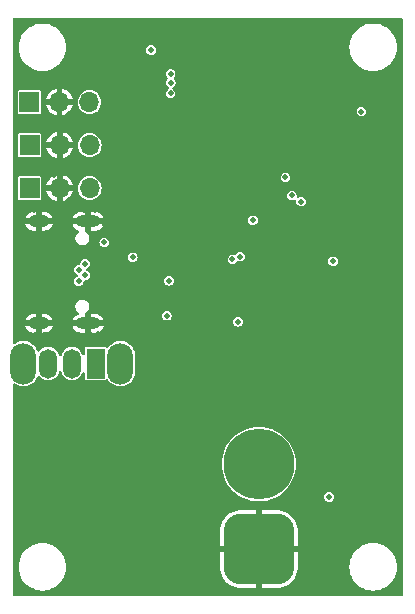
<source format=gbr>
%TF.GenerationSoftware,KiCad,Pcbnew,8.0.5*%
%TF.CreationDate,2024-10-08T22:01:25+02:00*%
%TF.ProjectId,ESP32_Controller,45535033-325f-4436-9f6e-74726f6c6c65,rev?*%
%TF.SameCoordinates,Original*%
%TF.FileFunction,Copper,L2,Inr*%
%TF.FilePolarity,Positive*%
%FSLAX46Y46*%
G04 Gerber Fmt 4.6, Leading zero omitted, Abs format (unit mm)*
G04 Created by KiCad (PCBNEW 8.0.5) date 2024-10-08 22:01:25*
%MOMM*%
%LPD*%
G01*
G04 APERTURE LIST*
G04 Aperture macros list*
%AMRoundRect*
0 Rectangle with rounded corners*
0 $1 Rounding radius*
0 $2 $3 $4 $5 $6 $7 $8 $9 X,Y pos of 4 corners*
0 Add a 4 corners polygon primitive as box body*
4,1,4,$2,$3,$4,$5,$6,$7,$8,$9,$2,$3,0*
0 Add four circle primitives for the rounded corners*
1,1,$1+$1,$2,$3*
1,1,$1+$1,$4,$5*
1,1,$1+$1,$6,$7*
1,1,$1+$1,$8,$9*
0 Add four rect primitives between the rounded corners*
20,1,$1+$1,$2,$3,$4,$5,0*
20,1,$1+$1,$4,$5,$6,$7,0*
20,1,$1+$1,$6,$7,$8,$9,0*
20,1,$1+$1,$8,$9,$2,$3,0*%
G04 Aperture macros list end*
%TA.AperFunction,ComponentPad*%
%ADD10O,2.200000X3.500000*%
%TD*%
%TA.AperFunction,ComponentPad*%
%ADD11R,1.500000X2.500000*%
%TD*%
%TA.AperFunction,ComponentPad*%
%ADD12O,1.500000X2.500000*%
%TD*%
%TA.AperFunction,ComponentPad*%
%ADD13R,1.700000X1.700000*%
%TD*%
%TA.AperFunction,ComponentPad*%
%ADD14O,1.700000X1.700000*%
%TD*%
%TA.AperFunction,ComponentPad*%
%ADD15C,6.000000*%
%TD*%
%TA.AperFunction,ComponentPad*%
%ADD16RoundRect,1.500000X1.500000X-1.500000X1.500000X1.500000X-1.500000X1.500000X-1.500000X-1.500000X0*%
%TD*%
%TA.AperFunction,ComponentPad*%
%ADD17O,2.100000X1.000000*%
%TD*%
%TA.AperFunction,ComponentPad*%
%ADD18O,1.800000X1.000000*%
%TD*%
%TA.AperFunction,ViaPad*%
%ADD19C,0.500000*%
%TD*%
G04 APERTURE END LIST*
D10*
%TO.N,*%
%TO.C,SW1*%
X85800000Y-95822500D03*
X77600000Y-95822500D03*
D11*
%TO.N,+5V*%
X83700000Y-95822500D03*
D12*
%TO.N,/5VUSB*%
X81700000Y-95822500D03*
%TO.N,/5VBAT*%
X79700000Y-95822500D03*
%TD*%
D13*
%TO.N,+5V*%
%TO.C,J5*%
X78120000Y-80970000D03*
D14*
%TO.N,GND*%
X80660000Y-80970000D03*
%TO.N,/GPIO3*%
X83199999Y-80970000D03*
%TD*%
D13*
%TO.N,+5V*%
%TO.C,J4*%
X78119999Y-77330001D03*
D14*
%TO.N,GND*%
X80659999Y-77330001D03*
%TO.N,/GPIO2*%
X83199998Y-77330001D03*
%TD*%
%TO.N,/GPIO1*%
%TO.C,J3*%
X83190000Y-73690000D03*
%TO.N,GND*%
X80650001Y-73690000D03*
D13*
%TO.N,+5V*%
X78110001Y-73690000D03*
%TD*%
D15*
%TO.N,Net-(J2-Pin_2)*%
%TO.C,J2*%
X97530000Y-104340000D03*
D16*
%TO.N,GND*%
X97530000Y-111540000D03*
%TD*%
D17*
%TO.N,GND*%
%TO.C,J1*%
X83080000Y-83780000D03*
D18*
X78900000Y-83780000D03*
D17*
X83080000Y-92420000D03*
D18*
X78900000Y-92420000D03*
%TD*%
D19*
%TO.N,+3V3*%
X88400000Y-69280000D03*
X103470000Y-107120000D03*
X106210000Y-74490000D03*
X97030000Y-83690000D03*
%TO.N,GND*%
X86750000Y-87490000D03*
%TO.N,+3V3*%
X89920000Y-88820000D03*
X89730000Y-91770000D03*
X95770000Y-92280000D03*
%TO.N,GND*%
X81460000Y-74700000D03*
X79710000Y-72710000D03*
X79840000Y-76330000D03*
X81420000Y-78410000D03*
X81470000Y-81960000D03*
X80170000Y-79820000D03*
X83645361Y-82847300D03*
X82730000Y-82800000D03*
X78470000Y-82780000D03*
X77680000Y-83240000D03*
X78590000Y-93390000D03*
X79340000Y-93420000D03*
X83220000Y-93340000D03*
X83890000Y-93310000D03*
X84520000Y-84110000D03*
X84770000Y-91350000D03*
X87450000Y-92650000D03*
X89900000Y-90060000D03*
X93990000Y-87970000D03*
X99280000Y-88210000D03*
X97440000Y-92390000D03*
X88180000Y-66790000D03*
X82990000Y-67160000D03*
X83090000Y-71200000D03*
X90570000Y-95890000D03*
X93340000Y-92710000D03*
X99070000Y-94150000D03*
X96520000Y-97530000D03*
X106540000Y-99890000D03*
X105700000Y-97810000D03*
X100200000Y-85930000D03*
X105520000Y-78120000D03*
X109150000Y-81190000D03*
%TO.N,/GPIO3*%
X90050000Y-72950000D03*
%TO.N,/GPIO2*%
X90080000Y-72030000D03*
%TO.N,/GPIO1*%
X90060000Y-71290000D03*
%TO.N,/5VUSB*%
X86860000Y-86820000D03*
X84440000Y-85570000D03*
%TO.N,/I2C_SCL*%
X95950000Y-86760000D03*
X101100000Y-82110000D03*
%TO.N,/I2C_SDA*%
X100320000Y-81590000D03*
X95290000Y-87000000D03*
%TO.N,/GPIO47*%
X99780000Y-80060000D03*
X103810000Y-87150000D03*
%TO.N,/USB_N*%
X82830000Y-88350000D03*
X82830000Y-87365000D03*
%TO.N,/USB_P*%
X82280000Y-88840000D03*
X82280000Y-87865000D03*
%TD*%
%TA.AperFunction,Conductor*%
%TO.N,GND*%
G36*
X109642539Y-66560185D02*
G01*
X109688294Y-66612989D01*
X109699500Y-66664500D01*
X109699500Y-115415500D01*
X109679815Y-115482539D01*
X109627011Y-115528294D01*
X109575500Y-115539500D01*
X76824500Y-115539500D01*
X76757461Y-115519815D01*
X76711706Y-115467011D01*
X76700500Y-115415500D01*
X76700500Y-113039998D01*
X77194390Y-113039998D01*
X77194390Y-113040001D01*
X77214804Y-113325433D01*
X77275628Y-113605037D01*
X77275630Y-113605043D01*
X77275631Y-113605046D01*
X77374847Y-113871054D01*
X77375635Y-113873166D01*
X77512770Y-114124309D01*
X77512775Y-114124317D01*
X77684254Y-114353387D01*
X77684270Y-114353405D01*
X77886594Y-114555729D01*
X77886612Y-114555745D01*
X78115682Y-114727224D01*
X78115690Y-114727229D01*
X78366833Y-114864364D01*
X78366832Y-114864364D01*
X78366836Y-114864365D01*
X78366839Y-114864367D01*
X78634954Y-114964369D01*
X78634960Y-114964370D01*
X78634962Y-114964371D01*
X78914566Y-115025195D01*
X78914568Y-115025195D01*
X78914572Y-115025196D01*
X79168220Y-115043337D01*
X79199999Y-115045610D01*
X79200000Y-115045610D01*
X79200001Y-115045610D01*
X79228595Y-115043564D01*
X79485428Y-115025196D01*
X79765046Y-114964369D01*
X80033161Y-114864367D01*
X80284315Y-114727226D01*
X80513395Y-114555739D01*
X80715739Y-114353395D01*
X80887226Y-114124315D01*
X81024367Y-113873161D01*
X81124369Y-113605046D01*
X81185196Y-113325428D01*
X81205610Y-113040000D01*
X81185196Y-112754572D01*
X81137928Y-112537285D01*
X81124371Y-112474962D01*
X81124370Y-112474960D01*
X81124369Y-112474954D01*
X81024367Y-112206839D01*
X80944025Y-112059705D01*
X80887229Y-111955690D01*
X80887224Y-111955682D01*
X80715745Y-111726612D01*
X80715729Y-111726594D01*
X80513405Y-111524270D01*
X80513387Y-111524254D01*
X80284317Y-111352775D01*
X80284309Y-111352770D01*
X80033166Y-111215635D01*
X80033167Y-111215635D01*
X79925915Y-111175632D01*
X79765046Y-111115631D01*
X79765043Y-111115630D01*
X79765037Y-111115628D01*
X79485433Y-111054804D01*
X79200001Y-111034390D01*
X79199999Y-111034390D01*
X78914566Y-111054804D01*
X78634962Y-111115628D01*
X78366833Y-111215635D01*
X78115690Y-111352770D01*
X78115682Y-111352775D01*
X77886612Y-111524254D01*
X77886594Y-111524270D01*
X77684270Y-111726594D01*
X77684254Y-111726612D01*
X77512775Y-111955682D01*
X77512770Y-111955690D01*
X77375635Y-112206833D01*
X77275628Y-112474962D01*
X77214804Y-112754566D01*
X77194390Y-113039998D01*
X76700500Y-113039998D01*
X76700500Y-109950134D01*
X94230000Y-109950134D01*
X94230000Y-111290000D01*
X95293498Y-111290000D01*
X95280000Y-111392527D01*
X95280000Y-111687473D01*
X95293498Y-111790000D01*
X94230000Y-111790000D01*
X94230000Y-113129865D01*
X94236303Y-113242099D01*
X94236304Y-113242112D01*
X94286455Y-113507170D01*
X94286460Y-113507187D01*
X94375560Y-113761820D01*
X94375562Y-113761824D01*
X94501621Y-114000339D01*
X94501624Y-114000345D01*
X94661824Y-114217408D01*
X94852591Y-114408175D01*
X95069654Y-114568375D01*
X95069660Y-114568378D01*
X95308175Y-114694437D01*
X95308179Y-114694439D01*
X95562812Y-114783539D01*
X95562829Y-114783544D01*
X95827887Y-114833695D01*
X95827900Y-114833696D01*
X95940134Y-114839999D01*
X95940149Y-114840000D01*
X97280000Y-114840000D01*
X97280000Y-113776502D01*
X97382527Y-113790000D01*
X97677473Y-113790000D01*
X97780000Y-113776502D01*
X97780000Y-114840000D01*
X99119851Y-114840000D01*
X99119865Y-114839999D01*
X99232099Y-114833696D01*
X99232112Y-114833695D01*
X99497170Y-114783544D01*
X99497187Y-114783539D01*
X99751820Y-114694439D01*
X99751824Y-114694437D01*
X99990339Y-114568378D01*
X99990345Y-114568375D01*
X100207408Y-114408175D01*
X100398175Y-114217408D01*
X100558375Y-114000345D01*
X100558378Y-114000339D01*
X100684437Y-113761824D01*
X100684439Y-113761820D01*
X100773539Y-113507187D01*
X100773544Y-113507170D01*
X100823695Y-113242112D01*
X100823696Y-113242099D01*
X100829999Y-113129865D01*
X100830000Y-113129851D01*
X100830000Y-113039998D01*
X105194390Y-113039998D01*
X105194390Y-113040001D01*
X105214804Y-113325433D01*
X105275628Y-113605037D01*
X105275630Y-113605043D01*
X105275631Y-113605046D01*
X105374847Y-113871054D01*
X105375635Y-113873166D01*
X105512770Y-114124309D01*
X105512775Y-114124317D01*
X105684254Y-114353387D01*
X105684270Y-114353405D01*
X105886594Y-114555729D01*
X105886612Y-114555745D01*
X106115682Y-114727224D01*
X106115690Y-114727229D01*
X106366833Y-114864364D01*
X106366832Y-114864364D01*
X106366836Y-114864365D01*
X106366839Y-114864367D01*
X106634954Y-114964369D01*
X106634960Y-114964370D01*
X106634962Y-114964371D01*
X106914566Y-115025195D01*
X106914568Y-115025195D01*
X106914572Y-115025196D01*
X107168220Y-115043337D01*
X107199999Y-115045610D01*
X107200000Y-115045610D01*
X107200001Y-115045610D01*
X107228595Y-115043564D01*
X107485428Y-115025196D01*
X107765046Y-114964369D01*
X108033161Y-114864367D01*
X108284315Y-114727226D01*
X108513395Y-114555739D01*
X108715739Y-114353395D01*
X108887226Y-114124315D01*
X109024367Y-113873161D01*
X109124369Y-113605046D01*
X109185196Y-113325428D01*
X109205610Y-113040000D01*
X109185196Y-112754572D01*
X109137928Y-112537285D01*
X109124371Y-112474962D01*
X109124370Y-112474960D01*
X109124369Y-112474954D01*
X109024367Y-112206839D01*
X108944025Y-112059705D01*
X108887229Y-111955690D01*
X108887224Y-111955682D01*
X108715745Y-111726612D01*
X108715729Y-111726594D01*
X108513405Y-111524270D01*
X108513387Y-111524254D01*
X108284317Y-111352775D01*
X108284309Y-111352770D01*
X108033166Y-111215635D01*
X108033167Y-111215635D01*
X107925915Y-111175632D01*
X107765046Y-111115631D01*
X107765043Y-111115630D01*
X107765037Y-111115628D01*
X107485433Y-111054804D01*
X107200001Y-111034390D01*
X107199999Y-111034390D01*
X106914566Y-111054804D01*
X106634962Y-111115628D01*
X106366833Y-111215635D01*
X106115690Y-111352770D01*
X106115682Y-111352775D01*
X105886612Y-111524254D01*
X105886594Y-111524270D01*
X105684270Y-111726594D01*
X105684254Y-111726612D01*
X105512775Y-111955682D01*
X105512770Y-111955690D01*
X105375635Y-112206833D01*
X105275628Y-112474962D01*
X105214804Y-112754566D01*
X105194390Y-113039998D01*
X100830000Y-113039998D01*
X100830000Y-111790000D01*
X99766502Y-111790000D01*
X99780000Y-111687473D01*
X99780000Y-111392527D01*
X99766502Y-111290000D01*
X100830000Y-111290000D01*
X100830000Y-109950148D01*
X100829999Y-109950134D01*
X100823696Y-109837900D01*
X100823695Y-109837887D01*
X100773544Y-109572829D01*
X100773539Y-109572812D01*
X100684439Y-109318179D01*
X100684437Y-109318175D01*
X100558378Y-109079660D01*
X100558375Y-109079654D01*
X100398175Y-108862591D01*
X100207408Y-108671824D01*
X99990345Y-108511624D01*
X99990339Y-108511621D01*
X99751824Y-108385562D01*
X99751820Y-108385560D01*
X99497187Y-108296460D01*
X99497170Y-108296455D01*
X99232112Y-108246304D01*
X99232099Y-108246303D01*
X99119865Y-108240000D01*
X97780000Y-108240000D01*
X97780000Y-109303497D01*
X97677473Y-109290000D01*
X97382527Y-109290000D01*
X97280000Y-109303497D01*
X97280000Y-108240000D01*
X95940134Y-108240000D01*
X95827900Y-108246303D01*
X95827887Y-108246304D01*
X95562829Y-108296455D01*
X95562812Y-108296460D01*
X95308179Y-108385560D01*
X95308175Y-108385562D01*
X95069660Y-108511621D01*
X95069654Y-108511624D01*
X94852591Y-108671824D01*
X94661824Y-108862591D01*
X94501624Y-109079654D01*
X94501621Y-109079660D01*
X94375562Y-109318175D01*
X94375560Y-109318179D01*
X94286460Y-109572812D01*
X94286455Y-109572829D01*
X94236304Y-109837887D01*
X94236303Y-109837900D01*
X94230000Y-109950134D01*
X76700500Y-109950134D01*
X76700500Y-104340000D01*
X94372132Y-104340000D01*
X94391987Y-104693564D01*
X94391989Y-104693576D01*
X94451305Y-105042688D01*
X94451307Y-105042697D01*
X94549340Y-105382975D01*
X94684855Y-105710141D01*
X94684857Y-105710145D01*
X94684859Y-105710148D01*
X94856157Y-106020087D01*
X95061079Y-106308898D01*
X95297050Y-106572950D01*
X95561102Y-106808921D01*
X95849913Y-107013843D01*
X96159852Y-107185141D01*
X96159854Y-107185142D01*
X96159858Y-107185144D01*
X96285234Y-107237076D01*
X96487022Y-107320659D01*
X96827308Y-107418694D01*
X97176431Y-107478012D01*
X97530000Y-107497868D01*
X97883569Y-107478012D01*
X98232692Y-107418694D01*
X98572978Y-107320659D01*
X98900148Y-107185141D01*
X99018018Y-107119996D01*
X103062078Y-107119996D01*
X103062078Y-107120003D01*
X103082041Y-107246050D01*
X103082042Y-107246053D01*
X103082043Y-107246055D01*
X103120056Y-107320659D01*
X103139985Y-107359772D01*
X103139988Y-107359776D01*
X103230223Y-107450011D01*
X103230227Y-107450014D01*
X103230229Y-107450016D01*
X103343945Y-107507957D01*
X103343947Y-107507957D01*
X103343949Y-107507958D01*
X103469997Y-107527922D01*
X103470000Y-107527922D01*
X103470003Y-107527922D01*
X103596050Y-107507958D01*
X103596050Y-107507957D01*
X103596055Y-107507957D01*
X103709771Y-107450016D01*
X103800016Y-107359771D01*
X103857957Y-107246055D01*
X103857958Y-107246050D01*
X103877922Y-107120003D01*
X103877922Y-107119996D01*
X103857958Y-106993949D01*
X103857957Y-106993947D01*
X103857957Y-106993945D01*
X103800016Y-106880229D01*
X103800014Y-106880227D01*
X103800011Y-106880223D01*
X103709776Y-106789988D01*
X103709772Y-106789985D01*
X103709771Y-106789984D01*
X103596055Y-106732043D01*
X103596053Y-106732042D01*
X103596050Y-106732041D01*
X103470003Y-106712078D01*
X103469997Y-106712078D01*
X103343949Y-106732041D01*
X103230227Y-106789985D01*
X103230223Y-106789988D01*
X103139988Y-106880223D01*
X103139985Y-106880227D01*
X103082041Y-106993949D01*
X103062078Y-107119996D01*
X99018018Y-107119996D01*
X99210087Y-107013843D01*
X99498898Y-106808921D01*
X99762950Y-106572950D01*
X99998921Y-106308898D01*
X100203843Y-106020087D01*
X100375141Y-105710148D01*
X100510659Y-105382978D01*
X100608694Y-105042692D01*
X100668012Y-104693569D01*
X100687868Y-104340000D01*
X100668012Y-103986431D01*
X100608694Y-103637308D01*
X100510659Y-103297022D01*
X100427076Y-103095234D01*
X100375144Y-102969858D01*
X100375142Y-102969854D01*
X100203842Y-102659912D01*
X99998921Y-102371102D01*
X99762950Y-102107050D01*
X99498898Y-101871079D01*
X99210087Y-101666157D01*
X98900145Y-101494857D01*
X98900141Y-101494855D01*
X98632077Y-101383820D01*
X98572978Y-101359341D01*
X98572975Y-101359340D01*
X98232697Y-101261307D01*
X98232688Y-101261305D01*
X97883576Y-101201989D01*
X97883564Y-101201987D01*
X97530000Y-101182132D01*
X97176435Y-101201987D01*
X97176423Y-101201989D01*
X96827311Y-101261305D01*
X96827302Y-101261307D01*
X96487024Y-101359340D01*
X96159858Y-101494855D01*
X96159854Y-101494857D01*
X95849912Y-101666157D01*
X95561100Y-101871080D01*
X95297050Y-102107050D01*
X95061080Y-102371100D01*
X94856157Y-102659912D01*
X94684857Y-102969854D01*
X94684855Y-102969858D01*
X94549340Y-103297024D01*
X94451307Y-103637302D01*
X94451305Y-103637311D01*
X94391989Y-103986423D01*
X94391987Y-103986435D01*
X94372132Y-104340000D01*
X76700500Y-104340000D01*
X76700500Y-97611008D01*
X76720185Y-97543969D01*
X76772989Y-97498214D01*
X76842147Y-97488270D01*
X76897384Y-97510689D01*
X76943337Y-97544076D01*
X77029520Y-97587988D01*
X77119052Y-97633608D01*
X77119055Y-97633609D01*
X77212832Y-97664078D01*
X77306612Y-97694549D01*
X77501395Y-97725400D01*
X77501396Y-97725400D01*
X77698604Y-97725400D01*
X77698605Y-97725400D01*
X77893388Y-97694549D01*
X78080947Y-97633608D01*
X78256663Y-97544076D01*
X78416209Y-97428158D01*
X78555658Y-97288709D01*
X78671576Y-97129163D01*
X78761108Y-96953447D01*
X78771940Y-96920110D01*
X78811376Y-96862434D01*
X78875735Y-96835235D01*
X78944581Y-96847149D01*
X78992974Y-96889537D01*
X78998673Y-96898067D01*
X79124431Y-97023825D01*
X79124435Y-97023828D01*
X79272316Y-97122640D01*
X79272317Y-97122640D01*
X79272318Y-97122641D01*
X79272320Y-97122642D01*
X79359632Y-97158807D01*
X79436634Y-97190702D01*
X79436636Y-97190702D01*
X79436641Y-97190704D01*
X79611067Y-97225399D01*
X79611070Y-97225400D01*
X79611072Y-97225400D01*
X79788930Y-97225400D01*
X79788931Y-97225399D01*
X79847074Y-97213834D01*
X79963358Y-97190704D01*
X79963361Y-97190702D01*
X79963366Y-97190702D01*
X80127684Y-97122640D01*
X80275565Y-97023828D01*
X80401328Y-96898065D01*
X80500140Y-96750184D01*
X80568202Y-96585866D01*
X80568204Y-96585858D01*
X80578383Y-96534685D01*
X80610768Y-96472774D01*
X80671483Y-96438200D01*
X80741253Y-96441939D01*
X80797925Y-96482806D01*
X80821617Y-96534685D01*
X80831795Y-96585858D01*
X80831798Y-96585867D01*
X80899857Y-96750179D01*
X80899858Y-96750181D01*
X80998671Y-96898064D01*
X80998674Y-96898068D01*
X81124431Y-97023825D01*
X81124435Y-97023828D01*
X81272316Y-97122640D01*
X81272317Y-97122640D01*
X81272318Y-97122641D01*
X81272320Y-97122642D01*
X81359632Y-97158807D01*
X81436634Y-97190702D01*
X81436636Y-97190702D01*
X81436641Y-97190704D01*
X81611067Y-97225399D01*
X81611070Y-97225400D01*
X81611072Y-97225400D01*
X81788930Y-97225400D01*
X81788931Y-97225399D01*
X81847074Y-97213834D01*
X81963358Y-97190704D01*
X81963361Y-97190702D01*
X81963366Y-97190702D01*
X82127684Y-97122640D01*
X82275565Y-97023828D01*
X82401328Y-96898065D01*
X82500140Y-96750184D01*
X82558541Y-96609188D01*
X82602379Y-96554789D01*
X82668672Y-96532723D01*
X82736372Y-96550001D01*
X82783983Y-96601138D01*
X82797100Y-96656644D01*
X82797100Y-97087554D01*
X82805972Y-97132158D01*
X82805973Y-97132161D01*
X82823778Y-97158807D01*
X82839766Y-97182734D01*
X82890342Y-97216528D01*
X82890343Y-97216528D01*
X82890345Y-97216529D01*
X82912642Y-97220964D01*
X82934943Y-97225400D01*
X84465056Y-97225399D01*
X84509658Y-97216528D01*
X84560234Y-97182734D01*
X84560610Y-97182171D01*
X84561753Y-97181215D01*
X84568870Y-97174099D01*
X84569506Y-97174735D01*
X84614220Y-97137365D01*
X84683545Y-97128655D01*
X84746573Y-97158807D01*
X84764031Y-97178173D01*
X84838850Y-97281150D01*
X84844342Y-97288709D01*
X84983791Y-97428158D01*
X85143337Y-97544076D01*
X85229520Y-97587988D01*
X85319052Y-97633608D01*
X85319055Y-97633609D01*
X85412832Y-97664078D01*
X85506612Y-97694549D01*
X85701395Y-97725400D01*
X85701396Y-97725400D01*
X85898604Y-97725400D01*
X85898605Y-97725400D01*
X86093388Y-97694549D01*
X86280947Y-97633608D01*
X86456663Y-97544076D01*
X86616209Y-97428158D01*
X86755658Y-97288709D01*
X86871576Y-97129163D01*
X86961108Y-96953447D01*
X87022049Y-96765888D01*
X87052900Y-96571105D01*
X87052900Y-95073895D01*
X87022049Y-94879112D01*
X86961108Y-94691553D01*
X86961108Y-94691552D01*
X86892774Y-94557440D01*
X86871576Y-94515837D01*
X86755658Y-94356291D01*
X86616209Y-94216842D01*
X86456663Y-94100924D01*
X86438868Y-94091857D01*
X86280947Y-94011391D01*
X86280944Y-94011390D01*
X86093389Y-93950451D01*
X85995996Y-93935025D01*
X85898605Y-93919600D01*
X85701395Y-93919600D01*
X85636467Y-93929883D01*
X85506610Y-93950451D01*
X85319055Y-94011390D01*
X85319052Y-94011391D01*
X85143336Y-94100924D01*
X84983789Y-94216843D01*
X84844341Y-94356291D01*
X84764031Y-94466827D01*
X84708701Y-94509492D01*
X84639087Y-94515470D01*
X84577293Y-94482863D01*
X84560612Y-94462832D01*
X84560233Y-94462265D01*
X84509659Y-94428473D01*
X84509658Y-94428472D01*
X84509657Y-94428471D01*
X84509656Y-94428471D01*
X84509654Y-94428470D01*
X84465059Y-94419600D01*
X82934945Y-94419600D01*
X82890341Y-94428472D01*
X82890338Y-94428473D01*
X82839766Y-94462265D01*
X82805971Y-94512843D01*
X82805970Y-94512845D01*
X82797100Y-94557440D01*
X82797100Y-94988353D01*
X82777415Y-95055392D01*
X82724611Y-95101147D01*
X82655453Y-95111091D01*
X82591897Y-95082066D01*
X82558539Y-95035805D01*
X82500142Y-94894820D01*
X82500141Y-94894818D01*
X82401328Y-94746935D01*
X82401325Y-94746931D01*
X82275568Y-94621174D01*
X82275564Y-94621171D01*
X82127681Y-94522358D01*
X82127679Y-94522357D01*
X81963367Y-94454298D01*
X81963358Y-94454295D01*
X81788931Y-94419600D01*
X81788928Y-94419600D01*
X81611072Y-94419600D01*
X81611069Y-94419600D01*
X81436641Y-94454295D01*
X81436632Y-94454298D01*
X81272320Y-94522357D01*
X81272318Y-94522358D01*
X81124435Y-94621171D01*
X81124431Y-94621174D01*
X80998674Y-94746931D01*
X80998671Y-94746935D01*
X80899858Y-94894818D01*
X80899857Y-94894820D01*
X80831798Y-95059132D01*
X80831796Y-95059140D01*
X80821617Y-95110315D01*
X80789232Y-95172225D01*
X80728516Y-95206800D01*
X80658747Y-95203060D01*
X80602075Y-95162193D01*
X80578383Y-95110315D01*
X80568203Y-95059140D01*
X80568202Y-95059134D01*
X80500140Y-94894816D01*
X80401328Y-94746935D01*
X80401326Y-94746933D01*
X80401325Y-94746931D01*
X80275568Y-94621174D01*
X80275564Y-94621171D01*
X80127681Y-94522358D01*
X80127679Y-94522357D01*
X79963367Y-94454298D01*
X79963358Y-94454295D01*
X79788931Y-94419600D01*
X79788928Y-94419600D01*
X79611072Y-94419600D01*
X79611069Y-94419600D01*
X79436641Y-94454295D01*
X79436632Y-94454298D01*
X79272320Y-94522357D01*
X79272318Y-94522358D01*
X79124435Y-94621171D01*
X79124431Y-94621174D01*
X78998672Y-94746933D01*
X78992972Y-94755465D01*
X78939358Y-94800269D01*
X78870033Y-94808975D01*
X78807006Y-94778819D01*
X78771940Y-94724890D01*
X78761109Y-94691555D01*
X78761108Y-94691552D01*
X78692774Y-94557440D01*
X78671576Y-94515837D01*
X78555658Y-94356291D01*
X78416209Y-94216842D01*
X78256663Y-94100924D01*
X78238868Y-94091857D01*
X78080947Y-94011391D01*
X78080944Y-94011390D01*
X77893389Y-93950451D01*
X77795996Y-93935025D01*
X77698605Y-93919600D01*
X77501395Y-93919600D01*
X77436467Y-93929883D01*
X77306610Y-93950451D01*
X77119055Y-94011390D01*
X77119052Y-94011391D01*
X76943333Y-94100926D01*
X76897385Y-94134309D01*
X76831578Y-94157789D01*
X76763525Y-94141963D01*
X76714830Y-94091857D01*
X76700500Y-94033991D01*
X76700500Y-92169999D01*
X77737639Y-92169999D01*
X77737639Y-92170000D01*
X78333012Y-92170000D01*
X78315795Y-92179940D01*
X78259940Y-92235795D01*
X78220444Y-92304204D01*
X78200000Y-92380504D01*
X78200000Y-92459496D01*
X78220444Y-92535796D01*
X78259940Y-92604205D01*
X78315795Y-92660060D01*
X78333012Y-92670000D01*
X77737639Y-92670000D01*
X77791047Y-92798938D01*
X77791052Y-92798948D01*
X77878598Y-92929969D01*
X77878601Y-92929973D01*
X77990026Y-93041398D01*
X77990030Y-93041401D01*
X78121051Y-93128947D01*
X78121060Y-93128952D01*
X78266648Y-93189256D01*
X78266656Y-93189258D01*
X78421202Y-93219999D01*
X78421206Y-93220000D01*
X78650000Y-93220000D01*
X78650000Y-92720000D01*
X79150000Y-92720000D01*
X79150000Y-93220000D01*
X79378794Y-93220000D01*
X79378797Y-93219999D01*
X79533343Y-93189258D01*
X79533351Y-93189256D01*
X79678939Y-93128952D01*
X79678948Y-93128947D01*
X79809969Y-93041401D01*
X79809973Y-93041398D01*
X79921398Y-92929973D01*
X79921401Y-92929969D01*
X80008947Y-92798948D01*
X80008952Y-92798938D01*
X80062361Y-92670000D01*
X79466988Y-92670000D01*
X79484205Y-92660060D01*
X79540060Y-92604205D01*
X79579556Y-92535796D01*
X79600000Y-92459496D01*
X79600000Y-92380504D01*
X79579556Y-92304204D01*
X79540060Y-92235795D01*
X79484205Y-92179940D01*
X79466988Y-92170000D01*
X80062361Y-92170000D01*
X80062360Y-92169999D01*
X81767639Y-92169999D01*
X81767639Y-92170000D01*
X82363012Y-92170000D01*
X82345795Y-92179940D01*
X82289940Y-92235795D01*
X82250444Y-92304204D01*
X82230000Y-92380504D01*
X82230000Y-92459496D01*
X82250444Y-92535796D01*
X82289940Y-92604205D01*
X82345795Y-92660060D01*
X82363012Y-92670000D01*
X81767639Y-92670000D01*
X81821047Y-92798938D01*
X81821052Y-92798948D01*
X81908598Y-92929969D01*
X81908601Y-92929973D01*
X82020026Y-93041398D01*
X82020030Y-93041401D01*
X82151051Y-93128947D01*
X82151060Y-93128952D01*
X82296648Y-93189256D01*
X82296656Y-93189258D01*
X82451202Y-93219999D01*
X82451206Y-93220000D01*
X82830000Y-93220000D01*
X82830000Y-92720000D01*
X83330000Y-92720000D01*
X83330000Y-93220000D01*
X83708794Y-93220000D01*
X83708797Y-93219999D01*
X83863343Y-93189258D01*
X83863351Y-93189256D01*
X84008939Y-93128952D01*
X84008948Y-93128947D01*
X84139969Y-93041401D01*
X84139973Y-93041398D01*
X84251398Y-92929973D01*
X84251401Y-92929969D01*
X84338947Y-92798948D01*
X84338952Y-92798938D01*
X84392361Y-92670000D01*
X83796988Y-92670000D01*
X83814205Y-92660060D01*
X83870060Y-92604205D01*
X83909556Y-92535796D01*
X83930000Y-92459496D01*
X83930000Y-92380504D01*
X83909556Y-92304204D01*
X83895579Y-92279996D01*
X95362078Y-92279996D01*
X95362078Y-92280003D01*
X95382041Y-92406050D01*
X95382042Y-92406053D01*
X95382043Y-92406055D01*
X95439984Y-92519771D01*
X95439985Y-92519772D01*
X95439988Y-92519776D01*
X95530223Y-92610011D01*
X95530227Y-92610014D01*
X95530229Y-92610016D01*
X95643945Y-92667957D01*
X95643947Y-92667957D01*
X95643949Y-92667958D01*
X95769997Y-92687922D01*
X95770000Y-92687922D01*
X95770003Y-92687922D01*
X95896050Y-92667958D01*
X95896050Y-92667957D01*
X95896055Y-92667957D01*
X96009771Y-92610016D01*
X96100016Y-92519771D01*
X96157957Y-92406055D01*
X96162004Y-92380504D01*
X96177922Y-92280003D01*
X96177922Y-92279996D01*
X96157958Y-92153949D01*
X96157957Y-92153947D01*
X96157957Y-92153945D01*
X96100016Y-92040229D01*
X96100014Y-92040227D01*
X96100011Y-92040223D01*
X96009776Y-91949988D01*
X96009772Y-91949985D01*
X96009771Y-91949984D01*
X95896055Y-91892043D01*
X95896053Y-91892042D01*
X95896050Y-91892041D01*
X95770003Y-91872078D01*
X95769997Y-91872078D01*
X95643949Y-91892041D01*
X95530227Y-91949985D01*
X95530223Y-91949988D01*
X95439988Y-92040223D01*
X95439985Y-92040227D01*
X95382041Y-92153949D01*
X95362078Y-92279996D01*
X83895579Y-92279996D01*
X83870060Y-92235795D01*
X83814205Y-92179940D01*
X83796988Y-92170000D01*
X84392361Y-92170000D01*
X84392360Y-92169999D01*
X84338952Y-92041061D01*
X84338947Y-92041051D01*
X84251401Y-91910030D01*
X84251398Y-91910026D01*
X84139973Y-91798601D01*
X84139969Y-91798598D01*
X84097163Y-91769996D01*
X89322078Y-91769996D01*
X89322078Y-91770003D01*
X89342041Y-91896050D01*
X89342042Y-91896053D01*
X89342043Y-91896055D01*
X89399984Y-92009771D01*
X89399985Y-92009772D01*
X89399988Y-92009776D01*
X89490223Y-92100011D01*
X89490227Y-92100014D01*
X89490229Y-92100016D01*
X89603945Y-92157957D01*
X89603947Y-92157957D01*
X89603949Y-92157958D01*
X89729997Y-92177922D01*
X89730000Y-92177922D01*
X89730003Y-92177922D01*
X89856050Y-92157958D01*
X89856050Y-92157957D01*
X89856055Y-92157957D01*
X89969771Y-92100016D01*
X90060016Y-92009771D01*
X90117957Y-91896055D01*
X90117958Y-91896050D01*
X90137922Y-91770003D01*
X90137922Y-91769996D01*
X90117958Y-91643949D01*
X90117957Y-91643947D01*
X90117957Y-91643945D01*
X90060016Y-91530229D01*
X90060014Y-91530227D01*
X90060011Y-91530223D01*
X89969776Y-91439988D01*
X89969772Y-91439985D01*
X89969771Y-91439984D01*
X89856055Y-91382043D01*
X89856053Y-91382042D01*
X89856050Y-91382041D01*
X89730003Y-91362078D01*
X89729997Y-91362078D01*
X89603949Y-91382041D01*
X89490227Y-91439985D01*
X89490223Y-91439988D01*
X89399988Y-91530223D01*
X89399985Y-91530227D01*
X89342041Y-91643949D01*
X89322078Y-91769996D01*
X84097163Y-91769996D01*
X84008948Y-91711052D01*
X84008939Y-91711047D01*
X83863351Y-91650743D01*
X83863343Y-91650741D01*
X83708797Y-91620000D01*
X83330000Y-91620000D01*
X83330000Y-92120000D01*
X82830000Y-92120000D01*
X82830000Y-91581784D01*
X82849685Y-91514745D01*
X82892000Y-91474397D01*
X82933365Y-91450515D01*
X83040515Y-91343365D01*
X83116281Y-91212135D01*
X83155500Y-91065766D01*
X83155500Y-90914234D01*
X83116281Y-90767865D01*
X83040515Y-90636635D01*
X82933365Y-90529485D01*
X82867750Y-90491602D01*
X82802136Y-90453719D01*
X82728950Y-90434109D01*
X82655766Y-90414500D01*
X82504234Y-90414500D01*
X82357863Y-90453719D01*
X82226635Y-90529485D01*
X82226632Y-90529487D01*
X82119487Y-90636632D01*
X82119485Y-90636635D01*
X82043719Y-90767863D01*
X82004500Y-90914234D01*
X82004500Y-91065765D01*
X82043719Y-91212136D01*
X82081602Y-91277750D01*
X82119485Y-91343365D01*
X82226635Y-91450515D01*
X82240052Y-91458261D01*
X82288269Y-91508827D01*
X82301493Y-91577434D01*
X82275526Y-91642299D01*
X82225508Y-91680210D01*
X82151058Y-91711049D01*
X82151051Y-91711052D01*
X82020030Y-91798598D01*
X82020026Y-91798601D01*
X81908601Y-91910026D01*
X81908598Y-91910030D01*
X81821052Y-92041051D01*
X81821047Y-92041061D01*
X81767639Y-92169999D01*
X80062360Y-92169999D01*
X80008952Y-92041061D01*
X80008947Y-92041051D01*
X79921401Y-91910030D01*
X79921398Y-91910026D01*
X79809973Y-91798601D01*
X79809969Y-91798598D01*
X79678948Y-91711052D01*
X79678939Y-91711047D01*
X79533351Y-91650743D01*
X79533343Y-91650741D01*
X79378797Y-91620000D01*
X79150000Y-91620000D01*
X79150000Y-92120000D01*
X78650000Y-92120000D01*
X78650000Y-91620000D01*
X78421202Y-91620000D01*
X78266656Y-91650741D01*
X78266648Y-91650743D01*
X78121060Y-91711047D01*
X78121051Y-91711052D01*
X77990030Y-91798598D01*
X77990026Y-91798601D01*
X77878601Y-91910026D01*
X77878598Y-91910030D01*
X77791052Y-92041051D01*
X77791047Y-92041061D01*
X77737639Y-92169999D01*
X76700500Y-92169999D01*
X76700500Y-87864996D01*
X81872078Y-87864996D01*
X81872078Y-87865003D01*
X81892041Y-87991050D01*
X81892042Y-87991053D01*
X81892043Y-87991055D01*
X81949984Y-88104771D01*
X81949985Y-88104772D01*
X81949988Y-88104776D01*
X82040223Y-88195011D01*
X82040225Y-88195012D01*
X82040229Y-88195016D01*
X82132472Y-88242016D01*
X82183267Y-88289990D01*
X82200062Y-88357811D01*
X82177525Y-88423945D01*
X82132472Y-88462983D01*
X82040229Y-88509984D01*
X82040228Y-88509985D01*
X82040223Y-88509988D01*
X81949988Y-88600223D01*
X81949985Y-88600227D01*
X81949984Y-88600229D01*
X81902234Y-88693945D01*
X81892041Y-88713949D01*
X81872078Y-88839996D01*
X81872078Y-88840003D01*
X81892041Y-88966050D01*
X81892042Y-88966053D01*
X81892043Y-88966055D01*
X81949984Y-89079771D01*
X81949985Y-89079772D01*
X81949988Y-89079776D01*
X82040223Y-89170011D01*
X82040227Y-89170014D01*
X82040229Y-89170016D01*
X82153945Y-89227957D01*
X82153947Y-89227957D01*
X82153949Y-89227958D01*
X82279997Y-89247922D01*
X82280000Y-89247922D01*
X82280003Y-89247922D01*
X82406050Y-89227958D01*
X82406050Y-89227957D01*
X82406055Y-89227957D01*
X82519771Y-89170016D01*
X82610016Y-89079771D01*
X82667957Y-88966055D01*
X82671125Y-88946055D01*
X82684683Y-88860452D01*
X82703861Y-88819996D01*
X89512078Y-88819996D01*
X89512078Y-88820003D01*
X89532041Y-88946050D01*
X89532042Y-88946053D01*
X89532043Y-88946055D01*
X89589984Y-89059771D01*
X89589985Y-89059772D01*
X89589988Y-89059776D01*
X89680223Y-89150011D01*
X89680227Y-89150014D01*
X89680229Y-89150016D01*
X89793945Y-89207957D01*
X89793947Y-89207957D01*
X89793949Y-89207958D01*
X89919997Y-89227922D01*
X89920000Y-89227922D01*
X89920003Y-89227922D01*
X90046050Y-89207958D01*
X90046050Y-89207957D01*
X90046055Y-89207957D01*
X90159771Y-89150016D01*
X90250016Y-89059771D01*
X90307957Y-88946055D01*
X90324754Y-88840003D01*
X90327922Y-88820003D01*
X90327922Y-88819996D01*
X90307958Y-88693949D01*
X90307957Y-88693947D01*
X90307957Y-88693945D01*
X90250016Y-88580229D01*
X90250014Y-88580227D01*
X90250011Y-88580223D01*
X90159776Y-88489988D01*
X90159772Y-88489985D01*
X90159771Y-88489984D01*
X90046055Y-88432043D01*
X90046053Y-88432042D01*
X90046050Y-88432041D01*
X89920003Y-88412078D01*
X89919997Y-88412078D01*
X89793949Y-88432041D01*
X89680227Y-88489985D01*
X89680223Y-88489988D01*
X89589988Y-88580223D01*
X89589985Y-88580227D01*
X89532041Y-88693949D01*
X89512078Y-88819996D01*
X82703861Y-88819996D01*
X82714612Y-88797317D01*
X82773923Y-88760385D01*
X82826554Y-88757376D01*
X82830000Y-88757922D01*
X82910400Y-88745187D01*
X82956050Y-88737958D01*
X82956050Y-88737957D01*
X82956055Y-88737957D01*
X83069771Y-88680016D01*
X83160016Y-88589771D01*
X83217957Y-88476055D01*
X83221760Y-88452043D01*
X83237922Y-88350003D01*
X83237922Y-88349996D01*
X83217958Y-88223949D01*
X83217957Y-88223947D01*
X83217957Y-88223945D01*
X83160016Y-88110229D01*
X83160014Y-88110227D01*
X83160011Y-88110223D01*
X83069776Y-88019988D01*
X83069772Y-88019985D01*
X83069771Y-88019984D01*
X82967714Y-87967984D01*
X82916919Y-87920011D01*
X82900124Y-87852190D01*
X82922661Y-87786055D01*
X82967714Y-87747016D01*
X83069771Y-87695016D01*
X83160016Y-87604771D01*
X83217957Y-87491055D01*
X83217958Y-87491050D01*
X83237922Y-87365003D01*
X83237922Y-87364996D01*
X83217958Y-87238949D01*
X83217957Y-87238947D01*
X83217957Y-87238945D01*
X83160016Y-87125229D01*
X83160014Y-87125227D01*
X83160011Y-87125223D01*
X83069776Y-87034988D01*
X83069772Y-87034985D01*
X83069771Y-87034984D01*
X82956055Y-86977043D01*
X82956053Y-86977042D01*
X82956050Y-86977041D01*
X82830003Y-86957078D01*
X82829997Y-86957078D01*
X82703949Y-86977041D01*
X82590227Y-87034985D01*
X82590223Y-87034988D01*
X82499988Y-87125223D01*
X82499985Y-87125227D01*
X82499984Y-87125229D01*
X82447660Y-87227922D01*
X82442041Y-87238949D01*
X82423771Y-87354303D01*
X82393842Y-87417438D01*
X82334530Y-87454369D01*
X82289759Y-87456929D01*
X82289759Y-87457078D01*
X82287168Y-87457078D01*
X82281906Y-87457379D01*
X82280005Y-87457078D01*
X82279997Y-87457078D01*
X82153949Y-87477041D01*
X82040227Y-87534985D01*
X82040223Y-87534988D01*
X81949988Y-87625223D01*
X81949985Y-87625227D01*
X81892041Y-87738949D01*
X81872078Y-87864996D01*
X76700500Y-87864996D01*
X76700500Y-86819996D01*
X86452078Y-86819996D01*
X86452078Y-86820003D01*
X86472041Y-86946050D01*
X86472042Y-86946053D01*
X86472043Y-86946055D01*
X86529984Y-87059771D01*
X86529985Y-87059772D01*
X86529988Y-87059776D01*
X86620223Y-87150011D01*
X86620227Y-87150014D01*
X86620229Y-87150016D01*
X86733945Y-87207957D01*
X86733947Y-87207957D01*
X86733949Y-87207958D01*
X86859997Y-87227922D01*
X86860000Y-87227922D01*
X86860003Y-87227922D01*
X86986050Y-87207958D01*
X86986050Y-87207957D01*
X86986055Y-87207957D01*
X87099771Y-87150016D01*
X87190016Y-87059771D01*
X87220473Y-86999996D01*
X94882078Y-86999996D01*
X94882078Y-87000003D01*
X94902041Y-87126050D01*
X94902042Y-87126053D01*
X94902043Y-87126055D01*
X94959984Y-87239771D01*
X94959985Y-87239772D01*
X94959988Y-87239776D01*
X95050223Y-87330011D01*
X95050227Y-87330014D01*
X95050229Y-87330016D01*
X95163945Y-87387957D01*
X95163947Y-87387957D01*
X95163949Y-87387958D01*
X95289997Y-87407922D01*
X95290000Y-87407922D01*
X95290003Y-87407922D01*
X95416050Y-87387958D01*
X95416050Y-87387957D01*
X95416055Y-87387957D01*
X95529771Y-87330016D01*
X95620016Y-87239771D01*
X95642893Y-87194871D01*
X95690864Y-87144078D01*
X95758685Y-87127282D01*
X95809669Y-87140683D01*
X95823945Y-87147957D01*
X95823947Y-87147957D01*
X95823949Y-87147958D01*
X95823947Y-87147958D01*
X95949997Y-87167922D01*
X95950000Y-87167922D01*
X95950003Y-87167922D01*
X96063183Y-87149996D01*
X103402078Y-87149996D01*
X103402078Y-87150003D01*
X103422041Y-87276050D01*
X103422042Y-87276053D01*
X103422043Y-87276055D01*
X103479984Y-87389771D01*
X103479985Y-87389772D01*
X103479988Y-87389776D01*
X103570223Y-87480011D01*
X103570227Y-87480014D01*
X103570229Y-87480016D01*
X103683945Y-87537957D01*
X103683947Y-87537957D01*
X103683949Y-87537958D01*
X103809997Y-87557922D01*
X103810000Y-87557922D01*
X103810003Y-87557922D01*
X103936050Y-87537958D01*
X103936050Y-87537957D01*
X103936055Y-87537957D01*
X104049771Y-87480016D01*
X104140016Y-87389771D01*
X104197957Y-87276055D01*
X104203835Y-87238945D01*
X104217922Y-87150003D01*
X104217922Y-87149996D01*
X104197958Y-87023949D01*
X104197957Y-87023947D01*
X104197957Y-87023945D01*
X104140016Y-86910229D01*
X104140014Y-86910227D01*
X104140011Y-86910223D01*
X104049776Y-86819988D01*
X104049772Y-86819985D01*
X104049771Y-86819984D01*
X103936055Y-86762043D01*
X103936053Y-86762042D01*
X103936050Y-86762041D01*
X103810003Y-86742078D01*
X103809997Y-86742078D01*
X103683949Y-86762041D01*
X103570227Y-86819985D01*
X103570223Y-86819988D01*
X103479988Y-86910223D01*
X103479985Y-86910227D01*
X103422041Y-87023949D01*
X103402078Y-87149996D01*
X96063183Y-87149996D01*
X96076050Y-87147958D01*
X96076050Y-87147957D01*
X96076055Y-87147957D01*
X96189771Y-87090016D01*
X96280016Y-86999771D01*
X96337957Y-86886055D01*
X96337958Y-86886050D01*
X96357922Y-86760003D01*
X96357922Y-86759996D01*
X96337958Y-86633949D01*
X96337957Y-86633947D01*
X96337957Y-86633945D01*
X96280016Y-86520229D01*
X96280014Y-86520227D01*
X96280011Y-86520223D01*
X96189776Y-86429988D01*
X96189772Y-86429985D01*
X96189771Y-86429984D01*
X96076055Y-86372043D01*
X96076053Y-86372042D01*
X96076050Y-86372041D01*
X95950003Y-86352078D01*
X95949997Y-86352078D01*
X95823949Y-86372041D01*
X95710227Y-86429985D01*
X95710223Y-86429988D01*
X95619988Y-86520223D01*
X95619983Y-86520230D01*
X95597107Y-86565127D01*
X95549133Y-86615922D01*
X95481312Y-86632717D01*
X95430329Y-86619316D01*
X95416051Y-86612041D01*
X95416052Y-86612041D01*
X95290003Y-86592078D01*
X95289997Y-86592078D01*
X95163949Y-86612041D01*
X95050227Y-86669985D01*
X95050223Y-86669988D01*
X94959988Y-86760223D01*
X94959985Y-86760227D01*
X94902041Y-86873949D01*
X94882078Y-86999996D01*
X87220473Y-86999996D01*
X87247957Y-86946055D01*
X87247958Y-86946050D01*
X87267922Y-86820003D01*
X87267922Y-86819996D01*
X87247958Y-86693949D01*
X87247957Y-86693947D01*
X87247957Y-86693945D01*
X87190016Y-86580229D01*
X87190014Y-86580227D01*
X87190011Y-86580223D01*
X87099776Y-86489988D01*
X87099772Y-86489985D01*
X87099771Y-86489984D01*
X86986055Y-86432043D01*
X86986053Y-86432042D01*
X86986050Y-86432041D01*
X86860003Y-86412078D01*
X86859997Y-86412078D01*
X86733949Y-86432041D01*
X86620227Y-86489985D01*
X86620223Y-86489988D01*
X86529988Y-86580223D01*
X86529985Y-86580227D01*
X86472041Y-86693949D01*
X86452078Y-86819996D01*
X76700500Y-86819996D01*
X76700500Y-83529999D01*
X77737639Y-83529999D01*
X77737639Y-83530000D01*
X78333012Y-83530000D01*
X78315795Y-83539940D01*
X78259940Y-83595795D01*
X78220444Y-83664204D01*
X78200000Y-83740504D01*
X78200000Y-83819496D01*
X78220444Y-83895796D01*
X78259940Y-83964205D01*
X78315795Y-84020060D01*
X78333012Y-84030000D01*
X77737639Y-84030000D01*
X77791047Y-84158938D01*
X77791052Y-84158948D01*
X77878598Y-84289969D01*
X77878601Y-84289973D01*
X77990026Y-84401398D01*
X77990030Y-84401401D01*
X78121051Y-84488947D01*
X78121060Y-84488952D01*
X78266648Y-84549256D01*
X78266656Y-84549258D01*
X78421202Y-84579999D01*
X78421206Y-84580000D01*
X78650000Y-84580000D01*
X78650000Y-84080000D01*
X79150000Y-84080000D01*
X79150000Y-84580000D01*
X79378794Y-84580000D01*
X79378797Y-84579999D01*
X79533343Y-84549258D01*
X79533351Y-84549256D01*
X79678939Y-84488952D01*
X79678948Y-84488947D01*
X79809969Y-84401401D01*
X79809973Y-84401398D01*
X79921398Y-84289973D01*
X79921401Y-84289969D01*
X80008947Y-84158948D01*
X80008952Y-84158938D01*
X80062361Y-84030000D01*
X79466988Y-84030000D01*
X79484205Y-84020060D01*
X79540060Y-83964205D01*
X79579556Y-83895796D01*
X79600000Y-83819496D01*
X79600000Y-83740504D01*
X79579556Y-83664204D01*
X79540060Y-83595795D01*
X79484205Y-83539940D01*
X79466988Y-83530000D01*
X80062361Y-83530000D01*
X80062360Y-83529999D01*
X81767639Y-83529999D01*
X81767639Y-83530000D01*
X82363012Y-83530000D01*
X82345795Y-83539940D01*
X82289940Y-83595795D01*
X82250444Y-83664204D01*
X82230000Y-83740504D01*
X82230000Y-83819496D01*
X82250444Y-83895796D01*
X82289940Y-83964205D01*
X82345795Y-84020060D01*
X82363012Y-84030000D01*
X81767639Y-84030000D01*
X81821047Y-84158938D01*
X81821052Y-84158948D01*
X81908598Y-84289969D01*
X81908601Y-84289973D01*
X82020026Y-84401398D01*
X82020030Y-84401401D01*
X82151051Y-84488947D01*
X82151060Y-84488952D01*
X82225507Y-84519789D01*
X82279910Y-84563630D01*
X82301975Y-84629924D01*
X82284696Y-84697624D01*
X82240056Y-84741736D01*
X82226638Y-84749482D01*
X82226632Y-84749487D01*
X82119487Y-84856632D01*
X82119485Y-84856635D01*
X82043719Y-84987863D01*
X82004500Y-85134234D01*
X82004500Y-85285765D01*
X82043719Y-85432136D01*
X82081602Y-85497750D01*
X82119485Y-85563365D01*
X82226635Y-85670515D01*
X82357865Y-85746281D01*
X82504234Y-85785500D01*
X82504236Y-85785500D01*
X82655764Y-85785500D01*
X82655766Y-85785500D01*
X82802135Y-85746281D01*
X82933365Y-85670515D01*
X83033884Y-85569996D01*
X84032078Y-85569996D01*
X84032078Y-85570003D01*
X84052041Y-85696050D01*
X84052042Y-85696053D01*
X84052043Y-85696055D01*
X84109984Y-85809771D01*
X84109985Y-85809772D01*
X84109988Y-85809776D01*
X84200223Y-85900011D01*
X84200227Y-85900014D01*
X84200229Y-85900016D01*
X84313945Y-85957957D01*
X84313947Y-85957957D01*
X84313949Y-85957958D01*
X84439997Y-85977922D01*
X84440000Y-85977922D01*
X84440003Y-85977922D01*
X84566050Y-85957958D01*
X84566050Y-85957957D01*
X84566055Y-85957957D01*
X84679771Y-85900016D01*
X84770016Y-85809771D01*
X84827957Y-85696055D01*
X84832002Y-85670515D01*
X84847922Y-85570003D01*
X84847922Y-85569996D01*
X84827958Y-85443949D01*
X84827957Y-85443947D01*
X84827957Y-85443945D01*
X84770016Y-85330229D01*
X84770014Y-85330227D01*
X84770011Y-85330223D01*
X84679776Y-85239988D01*
X84679772Y-85239985D01*
X84679771Y-85239984D01*
X84566055Y-85182043D01*
X84566053Y-85182042D01*
X84566050Y-85182041D01*
X84440003Y-85162078D01*
X84439997Y-85162078D01*
X84313949Y-85182041D01*
X84200227Y-85239985D01*
X84200223Y-85239988D01*
X84109988Y-85330223D01*
X84109985Y-85330227D01*
X84109984Y-85330229D01*
X84058061Y-85432135D01*
X84052041Y-85443949D01*
X84032078Y-85569996D01*
X83033884Y-85569996D01*
X83040515Y-85563365D01*
X83116281Y-85432135D01*
X83155500Y-85285766D01*
X83155500Y-85134234D01*
X83116281Y-84987865D01*
X83040515Y-84856635D01*
X82933365Y-84749485D01*
X82919943Y-84741736D01*
X82891998Y-84725601D01*
X82843784Y-84675033D01*
X82830000Y-84618215D01*
X82830000Y-84080000D01*
X83330000Y-84080000D01*
X83330000Y-84580000D01*
X83708794Y-84580000D01*
X83708797Y-84579999D01*
X83863343Y-84549258D01*
X83863351Y-84549256D01*
X84008939Y-84488952D01*
X84008948Y-84488947D01*
X84139969Y-84401401D01*
X84139973Y-84401398D01*
X84251398Y-84289973D01*
X84251401Y-84289969D01*
X84338947Y-84158948D01*
X84338952Y-84158938D01*
X84392361Y-84030000D01*
X83796988Y-84030000D01*
X83814205Y-84020060D01*
X83870060Y-83964205D01*
X83909556Y-83895796D01*
X83930000Y-83819496D01*
X83930000Y-83740504D01*
X83916467Y-83689996D01*
X96622078Y-83689996D01*
X96622078Y-83690003D01*
X96642041Y-83816050D01*
X96642042Y-83816053D01*
X96642043Y-83816055D01*
X96682673Y-83895796D01*
X96699985Y-83929772D01*
X96699988Y-83929776D01*
X96790223Y-84020011D01*
X96790227Y-84020014D01*
X96790229Y-84020016D01*
X96903945Y-84077957D01*
X96903947Y-84077957D01*
X96903949Y-84077958D01*
X97029997Y-84097922D01*
X97030000Y-84097922D01*
X97030003Y-84097922D01*
X97156050Y-84077958D01*
X97156050Y-84077957D01*
X97156055Y-84077957D01*
X97269771Y-84020016D01*
X97360016Y-83929771D01*
X97417957Y-83816055D01*
X97437922Y-83690000D01*
X97437922Y-83689996D01*
X97417958Y-83563949D01*
X97417957Y-83563947D01*
X97417957Y-83563945D01*
X97360016Y-83450229D01*
X97360014Y-83450227D01*
X97360011Y-83450223D01*
X97269776Y-83359988D01*
X97269772Y-83359985D01*
X97269771Y-83359984D01*
X97156055Y-83302043D01*
X97156053Y-83302042D01*
X97156050Y-83302041D01*
X97030003Y-83282078D01*
X97029997Y-83282078D01*
X96903949Y-83302041D01*
X96790227Y-83359985D01*
X96790223Y-83359988D01*
X96699988Y-83450223D01*
X96699985Y-83450227D01*
X96642041Y-83563949D01*
X96622078Y-83689996D01*
X83916467Y-83689996D01*
X83909556Y-83664204D01*
X83870060Y-83595795D01*
X83814205Y-83539940D01*
X83796988Y-83530000D01*
X84392361Y-83530000D01*
X84392360Y-83529999D01*
X84338952Y-83401061D01*
X84338947Y-83401051D01*
X84251401Y-83270030D01*
X84251398Y-83270026D01*
X84139973Y-83158601D01*
X84139969Y-83158598D01*
X84008948Y-83071052D01*
X84008939Y-83071047D01*
X83863351Y-83010743D01*
X83863343Y-83010741D01*
X83708797Y-82980000D01*
X83330000Y-82980000D01*
X83330000Y-83480000D01*
X82830000Y-83480000D01*
X82830000Y-82980000D01*
X82451202Y-82980000D01*
X82296656Y-83010741D01*
X82296648Y-83010743D01*
X82151060Y-83071047D01*
X82151051Y-83071052D01*
X82020030Y-83158598D01*
X82020026Y-83158601D01*
X81908601Y-83270026D01*
X81908598Y-83270030D01*
X81821052Y-83401051D01*
X81821047Y-83401061D01*
X81767639Y-83529999D01*
X80062360Y-83529999D01*
X80008952Y-83401061D01*
X80008947Y-83401051D01*
X79921401Y-83270030D01*
X79921398Y-83270026D01*
X79809973Y-83158601D01*
X79809969Y-83158598D01*
X79678948Y-83071052D01*
X79678939Y-83071047D01*
X79533351Y-83010743D01*
X79533343Y-83010741D01*
X79378797Y-82980000D01*
X79150000Y-82980000D01*
X79150000Y-83480000D01*
X78650000Y-83480000D01*
X78650000Y-82980000D01*
X78421202Y-82980000D01*
X78266656Y-83010741D01*
X78266648Y-83010743D01*
X78121060Y-83071047D01*
X78121051Y-83071052D01*
X77990030Y-83158598D01*
X77990026Y-83158601D01*
X77878601Y-83270026D01*
X77878598Y-83270030D01*
X77791052Y-83401051D01*
X77791047Y-83401061D01*
X77737639Y-83529999D01*
X76700500Y-83529999D01*
X76700500Y-80104940D01*
X77117100Y-80104940D01*
X77117100Y-81835054D01*
X77125972Y-81879658D01*
X77125973Y-81879661D01*
X77158002Y-81927594D01*
X77159766Y-81930234D01*
X77210342Y-81964028D01*
X77210343Y-81964028D01*
X77210345Y-81964029D01*
X77232642Y-81968464D01*
X77254943Y-81972900D01*
X78985056Y-81972899D01*
X79029658Y-81964028D01*
X79080234Y-81930234D01*
X79114028Y-81879658D01*
X79122900Y-81835057D01*
X79122899Y-80719999D01*
X79535487Y-80719999D01*
X79535488Y-80720000D01*
X80226988Y-80720000D01*
X80194075Y-80777007D01*
X80160000Y-80904174D01*
X80160000Y-81035826D01*
X80194075Y-81162993D01*
X80226988Y-81220000D01*
X79535488Y-81220000D01*
X79583062Y-81387205D01*
X79583067Y-81387218D01*
X79678061Y-81577991D01*
X79806500Y-81748071D01*
X79964000Y-81891651D01*
X79964002Y-81891653D01*
X80145201Y-82003846D01*
X80145207Y-82003849D01*
X80343941Y-82080838D01*
X80410000Y-82093186D01*
X80410000Y-81403012D01*
X80467007Y-81435925D01*
X80594174Y-81470000D01*
X80725826Y-81470000D01*
X80852993Y-81435925D01*
X80910000Y-81403012D01*
X80910000Y-82093185D01*
X80976058Y-82080838D01*
X81174792Y-82003849D01*
X81174798Y-82003846D01*
X81355997Y-81891653D01*
X81355999Y-81891651D01*
X81513499Y-81748071D01*
X81641938Y-81577991D01*
X81736932Y-81387218D01*
X81736937Y-81387205D01*
X81784512Y-81220000D01*
X81093012Y-81220000D01*
X81125925Y-81162993D01*
X81160000Y-81035826D01*
X81160000Y-80970000D01*
X82192246Y-80970000D01*
X82211609Y-81166599D01*
X82211609Y-81166601D01*
X82211610Y-81166603D01*
X82268957Y-81355650D01*
X82326844Y-81463949D01*
X82362085Y-81529881D01*
X82487409Y-81682589D01*
X82640117Y-81807913D01*
X82640121Y-81807916D01*
X82814349Y-81901042D01*
X83003396Y-81958389D01*
X83199999Y-81977753D01*
X83396602Y-81958389D01*
X83585649Y-81901042D01*
X83759877Y-81807916D01*
X83912588Y-81682589D01*
X83988577Y-81589996D01*
X99912078Y-81589996D01*
X99912078Y-81590003D01*
X99932041Y-81716050D01*
X99932042Y-81716053D01*
X99932043Y-81716055D01*
X99989984Y-81829771D01*
X99989985Y-81829772D01*
X99989988Y-81829776D01*
X100080223Y-81920011D01*
X100080227Y-81920014D01*
X100080229Y-81920016D01*
X100193945Y-81977957D01*
X100193947Y-81977957D01*
X100193949Y-81977958D01*
X100319997Y-81997922D01*
X100320000Y-81997922D01*
X100320003Y-81997922D01*
X100446051Y-81977958D01*
X100446052Y-81977957D01*
X100446055Y-81977957D01*
X100519587Y-81940490D01*
X100588253Y-81927594D01*
X100652994Y-81953870D01*
X100693252Y-82010976D01*
X100698354Y-82070371D01*
X100692078Y-82110001D01*
X100692078Y-82110003D01*
X100712041Y-82236050D01*
X100712042Y-82236053D01*
X100712043Y-82236055D01*
X100769984Y-82349771D01*
X100769985Y-82349772D01*
X100769988Y-82349776D01*
X100860223Y-82440011D01*
X100860227Y-82440014D01*
X100860229Y-82440016D01*
X100973945Y-82497957D01*
X100973947Y-82497957D01*
X100973949Y-82497958D01*
X101099997Y-82517922D01*
X101100000Y-82517922D01*
X101100003Y-82517922D01*
X101226050Y-82497958D01*
X101226050Y-82497957D01*
X101226055Y-82497957D01*
X101339771Y-82440016D01*
X101430016Y-82349771D01*
X101487957Y-82236055D01*
X101507922Y-82110000D01*
X101507922Y-82109996D01*
X101487958Y-81983949D01*
X101487957Y-81983947D01*
X101487957Y-81983945D01*
X101430016Y-81870229D01*
X101430014Y-81870227D01*
X101430011Y-81870223D01*
X101339776Y-81779988D01*
X101339772Y-81779985D01*
X101339771Y-81779984D01*
X101226055Y-81722043D01*
X101226053Y-81722042D01*
X101226050Y-81722041D01*
X101100003Y-81702078D01*
X101099997Y-81702078D01*
X100973947Y-81722041D01*
X100900413Y-81759509D01*
X100831744Y-81772405D01*
X100767003Y-81746128D01*
X100726747Y-81689021D01*
X100721646Y-81629626D01*
X100727922Y-81590001D01*
X100727922Y-81589996D01*
X100707958Y-81463949D01*
X100707957Y-81463947D01*
X100707957Y-81463945D01*
X100650016Y-81350229D01*
X100650014Y-81350227D01*
X100650011Y-81350223D01*
X100559776Y-81259988D01*
X100559772Y-81259985D01*
X100559771Y-81259984D01*
X100446055Y-81202043D01*
X100446053Y-81202042D01*
X100446050Y-81202041D01*
X100320003Y-81182078D01*
X100319997Y-81182078D01*
X100193949Y-81202041D01*
X100080227Y-81259985D01*
X100080223Y-81259988D01*
X99989988Y-81350223D01*
X99989985Y-81350227D01*
X99932041Y-81463949D01*
X99912078Y-81589996D01*
X83988577Y-81589996D01*
X84037915Y-81529878D01*
X84131041Y-81355650D01*
X84188388Y-81166603D01*
X84207752Y-80970000D01*
X84188388Y-80773397D01*
X84131041Y-80584350D01*
X84037915Y-80410122D01*
X84037912Y-80410118D01*
X83912588Y-80257410D01*
X83759880Y-80132086D01*
X83759878Y-80132085D01*
X83759877Y-80132084D01*
X83625009Y-80059996D01*
X99372078Y-80059996D01*
X99372078Y-80060003D01*
X99392041Y-80186050D01*
X99392042Y-80186053D01*
X99392043Y-80186055D01*
X99428401Y-80257411D01*
X99449985Y-80299772D01*
X99449988Y-80299776D01*
X99540223Y-80390011D01*
X99540227Y-80390014D01*
X99540229Y-80390016D01*
X99653945Y-80447957D01*
X99653947Y-80447957D01*
X99653949Y-80447958D01*
X99779997Y-80467922D01*
X99780000Y-80467922D01*
X99780003Y-80467922D01*
X99906050Y-80447958D01*
X99906050Y-80447957D01*
X99906055Y-80447957D01*
X100019771Y-80390016D01*
X100110016Y-80299771D01*
X100167957Y-80186055D01*
X100176505Y-80132084D01*
X100187922Y-80060003D01*
X100187922Y-80059996D01*
X100167958Y-79933949D01*
X100167957Y-79933947D01*
X100167957Y-79933945D01*
X100110016Y-79820229D01*
X100110014Y-79820227D01*
X100110011Y-79820223D01*
X100019776Y-79729988D01*
X100019772Y-79729985D01*
X100019771Y-79729984D01*
X99906055Y-79672043D01*
X99906053Y-79672042D01*
X99906050Y-79672041D01*
X99780003Y-79652078D01*
X99779997Y-79652078D01*
X99653949Y-79672041D01*
X99540227Y-79729985D01*
X99540223Y-79729988D01*
X99449988Y-79820223D01*
X99449985Y-79820227D01*
X99392041Y-79933949D01*
X99372078Y-80059996D01*
X83625009Y-80059996D01*
X83585649Y-80038958D01*
X83396602Y-79981611D01*
X83396600Y-79981610D01*
X83396598Y-79981610D01*
X83199999Y-79962247D01*
X83003399Y-79981610D01*
X82814349Y-80038958D01*
X82640117Y-80132086D01*
X82487409Y-80257410D01*
X82362085Y-80410118D01*
X82268957Y-80584350D01*
X82211609Y-80773400D01*
X82192246Y-80970000D01*
X81160000Y-80970000D01*
X81160000Y-80904174D01*
X81125925Y-80777007D01*
X81093012Y-80720000D01*
X81784512Y-80720000D01*
X81784512Y-80719999D01*
X81736937Y-80552794D01*
X81736932Y-80552781D01*
X81641938Y-80362008D01*
X81513499Y-80191928D01*
X81355999Y-80048348D01*
X81355997Y-80048346D01*
X81174798Y-79936153D01*
X81174789Y-79936149D01*
X80976063Y-79859163D01*
X80976058Y-79859162D01*
X80910000Y-79846813D01*
X80910000Y-80536988D01*
X80852993Y-80504075D01*
X80725826Y-80470000D01*
X80594174Y-80470000D01*
X80467007Y-80504075D01*
X80410000Y-80536988D01*
X80410000Y-79846813D01*
X80343941Y-79859162D01*
X80343936Y-79859163D01*
X80145210Y-79936149D01*
X80145201Y-79936153D01*
X79964002Y-80048346D01*
X79964000Y-80048348D01*
X79806500Y-80191928D01*
X79678061Y-80362008D01*
X79583067Y-80552781D01*
X79583062Y-80552794D01*
X79535487Y-80719999D01*
X79122899Y-80719999D01*
X79122899Y-80104944D01*
X79114028Y-80060342D01*
X79114026Y-80060340D01*
X79114026Y-80060338D01*
X79080234Y-80009766D01*
X79038097Y-79981611D01*
X79029658Y-79975972D01*
X79029657Y-79975971D01*
X79029656Y-79975971D01*
X79029654Y-79975970D01*
X78985059Y-79967100D01*
X77254945Y-79967100D01*
X77210341Y-79975972D01*
X77210338Y-79975973D01*
X77159766Y-80009765D01*
X77125971Y-80060343D01*
X77125970Y-80060345D01*
X77117100Y-80104940D01*
X76700500Y-80104940D01*
X76700500Y-76464941D01*
X77117099Y-76464941D01*
X77117099Y-78195055D01*
X77125971Y-78239659D01*
X77125972Y-78239662D01*
X77140259Y-78261043D01*
X77159765Y-78290235D01*
X77210341Y-78324029D01*
X77210342Y-78324029D01*
X77210344Y-78324030D01*
X77232641Y-78328465D01*
X77254942Y-78332901D01*
X78985055Y-78332900D01*
X79029657Y-78324029D01*
X79080233Y-78290235D01*
X79114027Y-78239659D01*
X79122899Y-78195058D01*
X79122898Y-77080000D01*
X79535486Y-77080000D01*
X79535487Y-77080001D01*
X80226987Y-77080001D01*
X80194074Y-77137008D01*
X80159999Y-77264175D01*
X80159999Y-77395827D01*
X80194074Y-77522994D01*
X80226987Y-77580001D01*
X79535487Y-77580001D01*
X79583061Y-77747206D01*
X79583066Y-77747219D01*
X79678060Y-77937992D01*
X79806499Y-78108072D01*
X79963999Y-78251652D01*
X79964001Y-78251654D01*
X80145200Y-78363847D01*
X80145206Y-78363850D01*
X80343940Y-78440839D01*
X80409999Y-78453187D01*
X80409999Y-77763013D01*
X80467006Y-77795926D01*
X80594173Y-77830001D01*
X80725825Y-77830001D01*
X80852992Y-77795926D01*
X80909999Y-77763013D01*
X80909999Y-78453186D01*
X80976057Y-78440839D01*
X81174791Y-78363850D01*
X81174797Y-78363847D01*
X81355996Y-78251654D01*
X81355998Y-78251652D01*
X81513498Y-78108072D01*
X81641937Y-77937992D01*
X81736931Y-77747219D01*
X81736936Y-77747206D01*
X81784511Y-77580001D01*
X81093011Y-77580001D01*
X81125924Y-77522994D01*
X81159999Y-77395827D01*
X81159999Y-77330001D01*
X82192245Y-77330001D01*
X82211608Y-77526600D01*
X82211608Y-77526602D01*
X82211609Y-77526604D01*
X82268956Y-77715651D01*
X82311864Y-77795926D01*
X82362084Y-77889882D01*
X82487408Y-78042590D01*
X82640116Y-78167914D01*
X82640120Y-78167917D01*
X82814348Y-78261043D01*
X83003395Y-78318390D01*
X83199998Y-78337754D01*
X83396601Y-78318390D01*
X83585648Y-78261043D01*
X83759876Y-78167917D01*
X83912587Y-78042590D01*
X84037914Y-77889879D01*
X84131040Y-77715651D01*
X84188387Y-77526604D01*
X84207751Y-77330001D01*
X84188387Y-77133398D01*
X84131040Y-76944351D01*
X84037914Y-76770123D01*
X83998428Y-76722009D01*
X83912587Y-76617411D01*
X83759879Y-76492087D01*
X83759877Y-76492086D01*
X83759876Y-76492085D01*
X83585648Y-76398959D01*
X83396601Y-76341612D01*
X83396599Y-76341611D01*
X83396597Y-76341611D01*
X83199998Y-76322248D01*
X83003398Y-76341611D01*
X82814348Y-76398959D01*
X82640116Y-76492087D01*
X82487408Y-76617411D01*
X82362084Y-76770119D01*
X82268956Y-76944351D01*
X82211608Y-77133401D01*
X82192245Y-77330001D01*
X81159999Y-77330001D01*
X81159999Y-77264175D01*
X81125924Y-77137008D01*
X81093011Y-77080001D01*
X81784511Y-77080001D01*
X81784511Y-77080000D01*
X81736936Y-76912795D01*
X81736931Y-76912782D01*
X81641937Y-76722009D01*
X81513498Y-76551929D01*
X81355998Y-76408349D01*
X81355996Y-76408347D01*
X81174797Y-76296154D01*
X81174788Y-76296150D01*
X80976062Y-76219164D01*
X80976057Y-76219163D01*
X80909999Y-76206814D01*
X80909999Y-76896989D01*
X80852992Y-76864076D01*
X80725825Y-76830001D01*
X80594173Y-76830001D01*
X80467006Y-76864076D01*
X80409999Y-76896989D01*
X80409999Y-76206814D01*
X80343940Y-76219163D01*
X80343935Y-76219164D01*
X80145209Y-76296150D01*
X80145200Y-76296154D01*
X79964001Y-76408347D01*
X79963999Y-76408349D01*
X79806499Y-76551929D01*
X79678060Y-76722009D01*
X79583066Y-76912782D01*
X79583061Y-76912795D01*
X79535486Y-77080000D01*
X79122898Y-77080000D01*
X79122898Y-76464945D01*
X79114027Y-76420343D01*
X79114025Y-76420341D01*
X79114025Y-76420339D01*
X79080233Y-76369767D01*
X79038096Y-76341612D01*
X79029657Y-76335973D01*
X79029656Y-76335972D01*
X79029655Y-76335972D01*
X79029653Y-76335971D01*
X78985058Y-76327101D01*
X77254944Y-76327101D01*
X77210340Y-76335973D01*
X77210337Y-76335974D01*
X77159765Y-76369766D01*
X77125970Y-76420344D01*
X77125969Y-76420346D01*
X77117099Y-76464941D01*
X76700500Y-76464941D01*
X76700500Y-72824940D01*
X77107101Y-72824940D01*
X77107101Y-74555054D01*
X77115973Y-74599658D01*
X77115974Y-74599661D01*
X77130261Y-74621042D01*
X77149767Y-74650234D01*
X77200343Y-74684028D01*
X77200344Y-74684028D01*
X77200346Y-74684029D01*
X77222643Y-74688464D01*
X77244944Y-74692900D01*
X78975057Y-74692899D01*
X79019659Y-74684028D01*
X79070235Y-74650234D01*
X79104029Y-74599658D01*
X79112901Y-74555057D01*
X79112900Y-73439999D01*
X79525488Y-73439999D01*
X79525489Y-73440000D01*
X80216989Y-73440000D01*
X80184076Y-73497007D01*
X80150001Y-73624174D01*
X80150001Y-73755826D01*
X80184076Y-73882993D01*
X80216989Y-73940000D01*
X79525489Y-73940000D01*
X79573063Y-74107205D01*
X79573068Y-74107218D01*
X79668062Y-74297991D01*
X79796501Y-74468071D01*
X79954001Y-74611651D01*
X79954003Y-74611653D01*
X80135202Y-74723846D01*
X80135208Y-74723849D01*
X80333942Y-74800838D01*
X80400001Y-74813186D01*
X80400001Y-74123012D01*
X80457008Y-74155925D01*
X80584175Y-74190000D01*
X80715827Y-74190000D01*
X80842994Y-74155925D01*
X80900001Y-74123012D01*
X80900001Y-74813185D01*
X80966059Y-74800838D01*
X81164793Y-74723849D01*
X81164799Y-74723846D01*
X81345998Y-74611653D01*
X81346000Y-74611651D01*
X81503500Y-74468071D01*
X81631939Y-74297991D01*
X81726933Y-74107218D01*
X81726938Y-74107205D01*
X81774513Y-73940000D01*
X81083013Y-73940000D01*
X81115926Y-73882993D01*
X81150001Y-73755826D01*
X81150001Y-73690000D01*
X82182247Y-73690000D01*
X82201610Y-73886599D01*
X82201610Y-73886601D01*
X82201611Y-73886603D01*
X82258958Y-74075650D01*
X82320079Y-74190000D01*
X82352086Y-74249881D01*
X82477410Y-74402589D01*
X82630118Y-74527913D01*
X82630122Y-74527916D01*
X82804350Y-74621042D01*
X82993397Y-74678389D01*
X83190000Y-74697753D01*
X83386603Y-74678389D01*
X83575650Y-74621042D01*
X83749878Y-74527916D01*
X83796084Y-74489996D01*
X105802078Y-74489996D01*
X105802078Y-74490003D01*
X105822041Y-74616050D01*
X105822042Y-74616053D01*
X105822043Y-74616055D01*
X105876967Y-74723849D01*
X105879985Y-74729772D01*
X105879988Y-74729776D01*
X105970223Y-74820011D01*
X105970227Y-74820014D01*
X105970229Y-74820016D01*
X106083945Y-74877957D01*
X106083947Y-74877957D01*
X106083949Y-74877958D01*
X106209997Y-74897922D01*
X106210000Y-74897922D01*
X106210003Y-74897922D01*
X106336050Y-74877958D01*
X106336050Y-74877957D01*
X106336055Y-74877957D01*
X106449771Y-74820016D01*
X106540016Y-74729771D01*
X106597957Y-74616055D01*
X106600554Y-74599658D01*
X106617922Y-74490003D01*
X106617922Y-74489996D01*
X106597958Y-74363949D01*
X106597957Y-74363947D01*
X106597957Y-74363945D01*
X106540016Y-74250229D01*
X106540014Y-74250227D01*
X106540011Y-74250223D01*
X106449776Y-74159988D01*
X106449772Y-74159985D01*
X106449771Y-74159984D01*
X106336055Y-74102043D01*
X106336053Y-74102042D01*
X106336050Y-74102041D01*
X106210003Y-74082078D01*
X106209997Y-74082078D01*
X106083949Y-74102041D01*
X106083945Y-74102042D01*
X106083945Y-74102043D01*
X106008134Y-74140670D01*
X105970227Y-74159985D01*
X105970223Y-74159988D01*
X105879988Y-74250223D01*
X105879985Y-74250227D01*
X105822041Y-74363949D01*
X105802078Y-74489996D01*
X83796084Y-74489996D01*
X83902589Y-74402589D01*
X84027916Y-74249878D01*
X84121042Y-74075650D01*
X84178389Y-73886603D01*
X84197753Y-73690000D01*
X84178389Y-73493397D01*
X84121042Y-73304350D01*
X84027916Y-73130122D01*
X83988430Y-73082008D01*
X83902589Y-72977410D01*
X83869185Y-72949996D01*
X89642078Y-72949996D01*
X89642078Y-72950003D01*
X89662041Y-73076050D01*
X89662042Y-73076053D01*
X89662043Y-73076055D01*
X89719984Y-73189771D01*
X89719985Y-73189772D01*
X89719988Y-73189776D01*
X89810223Y-73280011D01*
X89810227Y-73280014D01*
X89810229Y-73280016D01*
X89923945Y-73337957D01*
X89923947Y-73337957D01*
X89923949Y-73337958D01*
X90049997Y-73357922D01*
X90050000Y-73357922D01*
X90050003Y-73357922D01*
X90176050Y-73337958D01*
X90176050Y-73337957D01*
X90176055Y-73337957D01*
X90289771Y-73280016D01*
X90380016Y-73189771D01*
X90437957Y-73076055D01*
X90457922Y-72950000D01*
X90457922Y-72949996D01*
X90437958Y-72823949D01*
X90437957Y-72823947D01*
X90437957Y-72823945D01*
X90380016Y-72710229D01*
X90380014Y-72710227D01*
X90380011Y-72710223D01*
X90289776Y-72619988D01*
X90289772Y-72619985D01*
X90289771Y-72619984D01*
X90288611Y-72619393D01*
X90266499Y-72608126D01*
X90215703Y-72560151D01*
X90198909Y-72492330D01*
X90221447Y-72426195D01*
X90266496Y-72387160D01*
X90319771Y-72360016D01*
X90410016Y-72269771D01*
X90467957Y-72156055D01*
X90487922Y-72030000D01*
X90487922Y-72029996D01*
X90467958Y-71903949D01*
X90467957Y-71903947D01*
X90467957Y-71903945D01*
X90410016Y-71790229D01*
X90410014Y-71790227D01*
X90410011Y-71790223D01*
X90357468Y-71737680D01*
X90323983Y-71676357D01*
X90328967Y-71606665D01*
X90357468Y-71562318D01*
X90390016Y-71529771D01*
X90447957Y-71416055D01*
X90467922Y-71290000D01*
X90467922Y-71289996D01*
X90447958Y-71163949D01*
X90447957Y-71163947D01*
X90447957Y-71163945D01*
X90390016Y-71050229D01*
X90390014Y-71050227D01*
X90390011Y-71050223D01*
X90299776Y-70959988D01*
X90299772Y-70959985D01*
X90299771Y-70959984D01*
X90186055Y-70902043D01*
X90186053Y-70902042D01*
X90186050Y-70902041D01*
X90060003Y-70882078D01*
X90059997Y-70882078D01*
X89933949Y-70902041D01*
X89820227Y-70959985D01*
X89820223Y-70959988D01*
X89729988Y-71050223D01*
X89729985Y-71050227D01*
X89672041Y-71163949D01*
X89652078Y-71289996D01*
X89652078Y-71290003D01*
X89672041Y-71416050D01*
X89672042Y-71416053D01*
X89672043Y-71416055D01*
X89729984Y-71529771D01*
X89729985Y-71529772D01*
X89729988Y-71529776D01*
X89782531Y-71582319D01*
X89816016Y-71643642D01*
X89811032Y-71713334D01*
X89782531Y-71757681D01*
X89749988Y-71790223D01*
X89749985Y-71790227D01*
X89692041Y-71903949D01*
X89672078Y-72029996D01*
X89672078Y-72030003D01*
X89692041Y-72156050D01*
X89692042Y-72156053D01*
X89692043Y-72156055D01*
X89749984Y-72269771D01*
X89749985Y-72269772D01*
X89749988Y-72269776D01*
X89840223Y-72360011D01*
X89840225Y-72360012D01*
X89840229Y-72360016D01*
X89863500Y-72371873D01*
X89914295Y-72419847D01*
X89931090Y-72487668D01*
X89908553Y-72553802D01*
X89863499Y-72592841D01*
X89810229Y-72619984D01*
X89810228Y-72619985D01*
X89810223Y-72619988D01*
X89719988Y-72710223D01*
X89719985Y-72710227D01*
X89662041Y-72823949D01*
X89642078Y-72949996D01*
X83869185Y-72949996D01*
X83749881Y-72852086D01*
X83749879Y-72852085D01*
X83749878Y-72852084D01*
X83575650Y-72758958D01*
X83386603Y-72701611D01*
X83386601Y-72701610D01*
X83386599Y-72701610D01*
X83190000Y-72682247D01*
X82993400Y-72701610D01*
X82804350Y-72758958D01*
X82630118Y-72852086D01*
X82477410Y-72977410D01*
X82352086Y-73130118D01*
X82258958Y-73304350D01*
X82201610Y-73493400D01*
X82182247Y-73690000D01*
X81150001Y-73690000D01*
X81150001Y-73624174D01*
X81115926Y-73497007D01*
X81083013Y-73440000D01*
X81774513Y-73440000D01*
X81774513Y-73439999D01*
X81726938Y-73272794D01*
X81726933Y-73272781D01*
X81631939Y-73082008D01*
X81503500Y-72911928D01*
X81346000Y-72768348D01*
X81345998Y-72768346D01*
X81164799Y-72656153D01*
X81164790Y-72656149D01*
X80966064Y-72579163D01*
X80966059Y-72579162D01*
X80900001Y-72566813D01*
X80900001Y-73256988D01*
X80842994Y-73224075D01*
X80715827Y-73190000D01*
X80584175Y-73190000D01*
X80457008Y-73224075D01*
X80400001Y-73256988D01*
X80400001Y-72566813D01*
X80333942Y-72579162D01*
X80333937Y-72579163D01*
X80135211Y-72656149D01*
X80135202Y-72656153D01*
X79954003Y-72768346D01*
X79954001Y-72768348D01*
X79796501Y-72911928D01*
X79668062Y-73082008D01*
X79573068Y-73272781D01*
X79573063Y-73272794D01*
X79525488Y-73439999D01*
X79112900Y-73439999D01*
X79112900Y-72824944D01*
X79104029Y-72780342D01*
X79104027Y-72780340D01*
X79104027Y-72780338D01*
X79070235Y-72729766D01*
X79028098Y-72701611D01*
X79019659Y-72695972D01*
X79019658Y-72695971D01*
X79019657Y-72695971D01*
X79019655Y-72695970D01*
X78975060Y-72687100D01*
X77244946Y-72687100D01*
X77200342Y-72695972D01*
X77200339Y-72695973D01*
X77149767Y-72729765D01*
X77115972Y-72780343D01*
X77115971Y-72780345D01*
X77107101Y-72824940D01*
X76700500Y-72824940D01*
X76700500Y-69039998D01*
X77194390Y-69039998D01*
X77194390Y-69040001D01*
X77214804Y-69325433D01*
X77275628Y-69605037D01*
X77275630Y-69605043D01*
X77275631Y-69605046D01*
X77328485Y-69746753D01*
X77375635Y-69873166D01*
X77512770Y-70124309D01*
X77512775Y-70124317D01*
X77684254Y-70353387D01*
X77684270Y-70353405D01*
X77886594Y-70555729D01*
X77886612Y-70555745D01*
X78115682Y-70727224D01*
X78115690Y-70727229D01*
X78366833Y-70864364D01*
X78366832Y-70864364D01*
X78366836Y-70864365D01*
X78366839Y-70864367D01*
X78634954Y-70964369D01*
X78634960Y-70964370D01*
X78634962Y-70964371D01*
X78914566Y-71025195D01*
X78914568Y-71025195D01*
X78914572Y-71025196D01*
X79168220Y-71043337D01*
X79199999Y-71045610D01*
X79200000Y-71045610D01*
X79200001Y-71045610D01*
X79228595Y-71043564D01*
X79485428Y-71025196D01*
X79765046Y-70964369D01*
X80033161Y-70864367D01*
X80284315Y-70727226D01*
X80513395Y-70555739D01*
X80715739Y-70353395D01*
X80887226Y-70124315D01*
X81024367Y-69873161D01*
X81124369Y-69605046D01*
X81185196Y-69325428D01*
X81188445Y-69279996D01*
X87992078Y-69279996D01*
X87992078Y-69280003D01*
X88012041Y-69406050D01*
X88012042Y-69406053D01*
X88012043Y-69406055D01*
X88069984Y-69519771D01*
X88069985Y-69519772D01*
X88069988Y-69519776D01*
X88160223Y-69610011D01*
X88160227Y-69610014D01*
X88160229Y-69610016D01*
X88273945Y-69667957D01*
X88273947Y-69667957D01*
X88273949Y-69667958D01*
X88399997Y-69687922D01*
X88400000Y-69687922D01*
X88400003Y-69687922D01*
X88526050Y-69667958D01*
X88526050Y-69667957D01*
X88526055Y-69667957D01*
X88639771Y-69610016D01*
X88730016Y-69519771D01*
X88787957Y-69406055D01*
X88787958Y-69406050D01*
X88807922Y-69280003D01*
X88807922Y-69279996D01*
X88787958Y-69153949D01*
X88787957Y-69153947D01*
X88787957Y-69153945D01*
X88730016Y-69040229D01*
X88730014Y-69040227D01*
X88730011Y-69040223D01*
X88729786Y-69039998D01*
X105194390Y-69039998D01*
X105194390Y-69040001D01*
X105214804Y-69325433D01*
X105275628Y-69605037D01*
X105275630Y-69605043D01*
X105275631Y-69605046D01*
X105328485Y-69746753D01*
X105375635Y-69873166D01*
X105512770Y-70124309D01*
X105512775Y-70124317D01*
X105684254Y-70353387D01*
X105684270Y-70353405D01*
X105886594Y-70555729D01*
X105886612Y-70555745D01*
X106115682Y-70727224D01*
X106115690Y-70727229D01*
X106366833Y-70864364D01*
X106366832Y-70864364D01*
X106366836Y-70864365D01*
X106366839Y-70864367D01*
X106634954Y-70964369D01*
X106634960Y-70964370D01*
X106634962Y-70964371D01*
X106914566Y-71025195D01*
X106914568Y-71025195D01*
X106914572Y-71025196D01*
X107168220Y-71043337D01*
X107199999Y-71045610D01*
X107200000Y-71045610D01*
X107200001Y-71045610D01*
X107228595Y-71043564D01*
X107485428Y-71025196D01*
X107765046Y-70964369D01*
X108033161Y-70864367D01*
X108284315Y-70727226D01*
X108513395Y-70555739D01*
X108715739Y-70353395D01*
X108887226Y-70124315D01*
X109024367Y-69873161D01*
X109124369Y-69605046D01*
X109185196Y-69325428D01*
X109205610Y-69040000D01*
X109185196Y-68754572D01*
X109124369Y-68474954D01*
X109024367Y-68206839D01*
X108944025Y-68059705D01*
X108887229Y-67955690D01*
X108887224Y-67955682D01*
X108715745Y-67726612D01*
X108715729Y-67726594D01*
X108513405Y-67524270D01*
X108513387Y-67524254D01*
X108284317Y-67352775D01*
X108284309Y-67352770D01*
X108033166Y-67215635D01*
X108033167Y-67215635D01*
X107925915Y-67175632D01*
X107765046Y-67115631D01*
X107765043Y-67115630D01*
X107765037Y-67115628D01*
X107485433Y-67054804D01*
X107200001Y-67034390D01*
X107199999Y-67034390D01*
X106914566Y-67054804D01*
X106634962Y-67115628D01*
X106366833Y-67215635D01*
X106115690Y-67352770D01*
X106115682Y-67352775D01*
X105886612Y-67524254D01*
X105886594Y-67524270D01*
X105684270Y-67726594D01*
X105684254Y-67726612D01*
X105512775Y-67955682D01*
X105512770Y-67955690D01*
X105375635Y-68206833D01*
X105275628Y-68474962D01*
X105214804Y-68754566D01*
X105194390Y-69039998D01*
X88729786Y-69039998D01*
X88639776Y-68949988D01*
X88639772Y-68949985D01*
X88639771Y-68949984D01*
X88526055Y-68892043D01*
X88526053Y-68892042D01*
X88526050Y-68892041D01*
X88400003Y-68872078D01*
X88399997Y-68872078D01*
X88273949Y-68892041D01*
X88160227Y-68949985D01*
X88160223Y-68949988D01*
X88069988Y-69040223D01*
X88069985Y-69040227D01*
X88012041Y-69153949D01*
X87992078Y-69279996D01*
X81188445Y-69279996D01*
X81205610Y-69040000D01*
X81185196Y-68754572D01*
X81124369Y-68474954D01*
X81024367Y-68206839D01*
X80944025Y-68059705D01*
X80887229Y-67955690D01*
X80887224Y-67955682D01*
X80715745Y-67726612D01*
X80715729Y-67726594D01*
X80513405Y-67524270D01*
X80513387Y-67524254D01*
X80284317Y-67352775D01*
X80284309Y-67352770D01*
X80033166Y-67215635D01*
X80033167Y-67215635D01*
X79925915Y-67175632D01*
X79765046Y-67115631D01*
X79765043Y-67115630D01*
X79765037Y-67115628D01*
X79485433Y-67054804D01*
X79200001Y-67034390D01*
X79199999Y-67034390D01*
X78914566Y-67054804D01*
X78634962Y-67115628D01*
X78366833Y-67215635D01*
X78115690Y-67352770D01*
X78115682Y-67352775D01*
X77886612Y-67524254D01*
X77886594Y-67524270D01*
X77684270Y-67726594D01*
X77684254Y-67726612D01*
X77512775Y-67955682D01*
X77512770Y-67955690D01*
X77375635Y-68206833D01*
X77275628Y-68474962D01*
X77214804Y-68754566D01*
X77194390Y-69039998D01*
X76700500Y-69039998D01*
X76700500Y-66664500D01*
X76720185Y-66597461D01*
X76772989Y-66551706D01*
X76824500Y-66540500D01*
X109575500Y-66540500D01*
X109642539Y-66560185D01*
G37*
%TD.AperFunction*%
%TD*%
M02*

</source>
